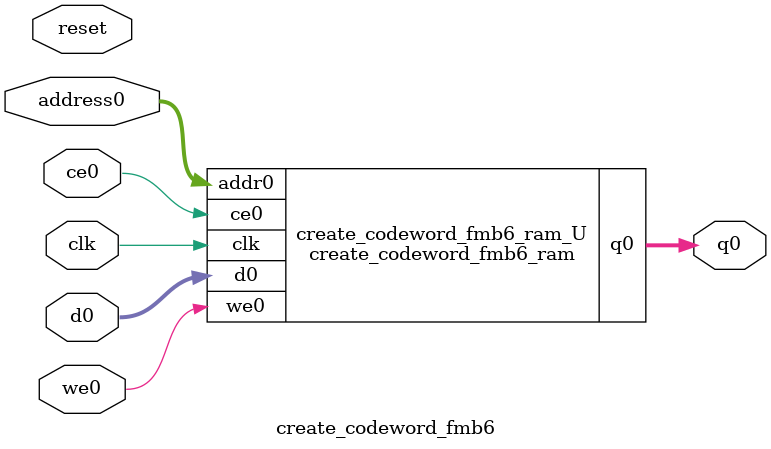
<source format=v>
`timescale 1 ns / 1 ps
module create_codeword_fmb6_ram (addr0, ce0, d0, we0, q0,  clk);

parameter DWIDTH = 27;
parameter AWIDTH = 5;
parameter MEM_SIZE = 27;

input[AWIDTH-1:0] addr0;
input ce0;
input[DWIDTH-1:0] d0;
input we0;
output reg[DWIDTH-1:0] q0;
input clk;

(* ram_style = "distributed" *)reg [DWIDTH-1:0] ram[0:MEM_SIZE-1];




always @(posedge clk)  
begin 
    if (ce0) begin
        if (we0) 
            ram[addr0] <= d0; 
        q0 <= ram[addr0];
    end
end


endmodule

`timescale 1 ns / 1 ps
module create_codeword_fmb6(
    reset,
    clk,
    address0,
    ce0,
    we0,
    d0,
    q0);

parameter DataWidth = 32'd27;
parameter AddressRange = 32'd27;
parameter AddressWidth = 32'd5;
input reset;
input clk;
input[AddressWidth - 1:0] address0;
input ce0;
input we0;
input[DataWidth - 1:0] d0;
output[DataWidth - 1:0] q0;



create_codeword_fmb6_ram create_codeword_fmb6_ram_U(
    .clk( clk ),
    .addr0( address0 ),
    .ce0( ce0 ),
    .we0( we0 ),
    .d0( d0 ),
    .q0( q0 ));

endmodule


</source>
